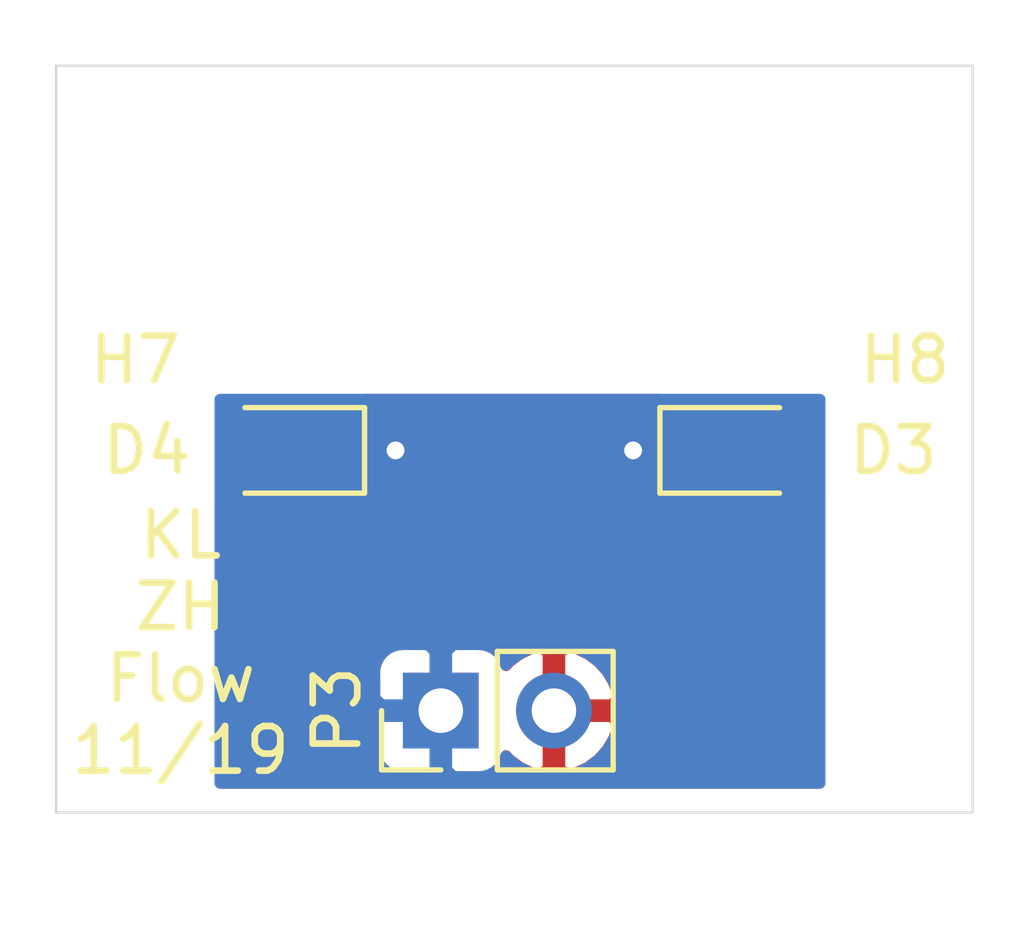
<source format=kicad_pcb>
(kicad_pcb (version 20171130) (host pcbnew "(5.1.2-1)-1")

  (general
    (thickness 1.6)
    (drawings 5)
    (tracks 4)
    (zones 0)
    (modules 5)
    (nets 3)
  )

  (page A4)
  (layers
    (0 F.Cu signal)
    (31 B.Cu signal)
    (32 B.Adhes user)
    (33 F.Adhes user)
    (34 B.Paste user)
    (35 F.Paste user)
    (36 B.SilkS user)
    (37 F.SilkS user)
    (38 B.Mask user)
    (39 F.Mask user)
    (40 Dwgs.User user)
    (41 Cmts.User user)
    (42 Eco1.User user)
    (43 Eco2.User user)
    (44 Edge.Cuts user)
    (45 Margin user)
    (46 B.CrtYd user)
    (47 F.CrtYd user)
    (48 B.Fab user)
    (49 F.Fab user)
  )

  (setup
    (last_trace_width 0.25)
    (user_trace_width 0.75)
    (trace_clearance 0.2)
    (zone_clearance 0.508)
    (zone_45_only no)
    (trace_min 0.2)
    (via_size 0.8)
    (via_drill 0.4)
    (via_min_size 0.4)
    (via_min_drill 0.3)
    (uvia_size 0.3)
    (uvia_drill 0.1)
    (uvias_allowed no)
    (uvia_min_size 0.2)
    (uvia_min_drill 0.1)
    (edge_width 0.05)
    (segment_width 0.2)
    (pcb_text_width 0.3)
    (pcb_text_size 1.5 1.5)
    (mod_edge_width 0.12)
    (mod_text_size 1 1)
    (mod_text_width 0.15)
    (pad_size 1.6 1.6)
    (pad_drill 1)
    (pad_to_mask_clearance 0.051)
    (solder_mask_min_width 0.25)
    (aux_axis_origin 0 0)
    (visible_elements FFFFFF7F)
    (pcbplotparams
      (layerselection 0x010fc_ffffffff)
      (usegerberextensions false)
      (usegerberattributes false)
      (usegerberadvancedattributes false)
      (creategerberjobfile false)
      (excludeedgelayer true)
      (linewidth 0.100000)
      (plotframeref false)
      (viasonmask false)
      (mode 1)
      (useauxorigin false)
      (hpglpennumber 1)
      (hpglpenspeed 20)
      (hpglpendiameter 15.000000)
      (psnegative false)
      (psa4output false)
      (plotreference true)
      (plotvalue true)
      (plotinvisibletext false)
      (padsonsilk false)
      (subtractmaskfromsilk false)
      (outputformat 1)
      (mirror false)
      (drillshape 0)
      (scaleselection 1)
      (outputdirectory ""))
  )

  (net 0 "")
  (net 1 /LED_GND)
  (net 2 /LED_PWR)

  (net_class Default "This is the default net class."
    (clearance 0.2)
    (trace_width 0.25)
    (via_dia 0.8)
    (via_drill 0.4)
    (uvia_dia 0.3)
    (uvia_drill 0.1)
    (add_net /LED_GND)
    (add_net /LED_PWR)
  )

  (module Diode_SMD:D_0805_2012Metric (layer F.Cu) (tedit 5B36C52B) (tstamp 5DC53B7E)
    (at 214.63 45.72)
    (descr "Diode SMD 0805 (2012 Metric), square (rectangular) end terminal, IPC_7351 nominal, (Body size source: https://docs.google.com/spreadsheets/d/1BsfQQcO9C6DZCsRaXUlFlo91Tg2WpOkGARC1WS5S8t0/edit?usp=sharing), generated with kicad-footprint-generator")
    (tags diode)
    (path /5DD4A395)
    (attr smd)
    (fp_text reference D3 (at 3.556 0) (layer F.SilkS)
      (effects (font (size 1 1) (thickness 0.15)))
    )
    (fp_text value D (at 0 1.65) (layer F.Fab)
      (effects (font (size 1 1) (thickness 0.15)))
    )
    (fp_line (start 1 -0.6) (end -0.7 -0.6) (layer F.Fab) (width 0.1))
    (fp_line (start -0.7 -0.6) (end -1 -0.3) (layer F.Fab) (width 0.1))
    (fp_line (start -1 -0.3) (end -1 0.6) (layer F.Fab) (width 0.1))
    (fp_line (start -1 0.6) (end 1 0.6) (layer F.Fab) (width 0.1))
    (fp_line (start 1 0.6) (end 1 -0.6) (layer F.Fab) (width 0.1))
    (fp_line (start 1 -0.96) (end -1.685 -0.96) (layer F.SilkS) (width 0.12))
    (fp_line (start -1.685 -0.96) (end -1.685 0.96) (layer F.SilkS) (width 0.12))
    (fp_line (start -1.685 0.96) (end 1 0.96) (layer F.SilkS) (width 0.12))
    (fp_line (start -1.68 0.95) (end -1.68 -0.95) (layer F.CrtYd) (width 0.05))
    (fp_line (start -1.68 -0.95) (end 1.68 -0.95) (layer F.CrtYd) (width 0.05))
    (fp_line (start 1.68 -0.95) (end 1.68 0.95) (layer F.CrtYd) (width 0.05))
    (fp_line (start 1.68 0.95) (end -1.68 0.95) (layer F.CrtYd) (width 0.05))
    (fp_text user %R (at 0 0) (layer F.Fab)
      (effects (font (size 0.5 0.5) (thickness 0.08)))
    )
    (pad 1 smd roundrect (at -0.9375 0) (size 0.975 1.4) (layers F.Cu F.Paste F.Mask) (roundrect_rratio 0.25)
      (net 1 /LED_GND))
    (pad 2 smd roundrect (at 0.9375 0) (size 0.975 1.4) (layers F.Cu F.Paste F.Mask) (roundrect_rratio 0.25)
      (net 2 /LED_PWR))
    (model ${KISYS3DMOD}/Diode_SMD.3dshapes/D_0805_2012Metric.wrl
      (at (xyz 0 0 0))
      (scale (xyz 1 1 1))
      (rotate (xyz 0 0 0))
    )
  )

  (module Diode_SMD:D_0805_2012Metric (layer F.Cu) (tedit 5B36C52B) (tstamp 5DC53B91)
    (at 204.63 45.72 180)
    (descr "Diode SMD 0805 (2012 Metric), square (rectangular) end terminal, IPC_7351 nominal, (Body size source: https://docs.google.com/spreadsheets/d/1BsfQQcO9C6DZCsRaXUlFlo91Tg2WpOkGARC1WS5S8t0/edit?usp=sharing), generated with kicad-footprint-generator")
    (tags diode)
    (path /5DD4A82C)
    (attr smd)
    (fp_text reference D4 (at 3.208 0) (layer F.SilkS)
      (effects (font (size 1 1) (thickness 0.15)))
    )
    (fp_text value D (at 0 1.65) (layer F.Fab)
      (effects (font (size 1 1) (thickness 0.15)))
    )
    (fp_text user %R (at 0 0) (layer F.Fab)
      (effects (font (size 0.5 0.5) (thickness 0.08)))
    )
    (fp_line (start 1.68 0.95) (end -1.68 0.95) (layer F.CrtYd) (width 0.05))
    (fp_line (start 1.68 -0.95) (end 1.68 0.95) (layer F.CrtYd) (width 0.05))
    (fp_line (start -1.68 -0.95) (end 1.68 -0.95) (layer F.CrtYd) (width 0.05))
    (fp_line (start -1.68 0.95) (end -1.68 -0.95) (layer F.CrtYd) (width 0.05))
    (fp_line (start -1.685 0.96) (end 1 0.96) (layer F.SilkS) (width 0.12))
    (fp_line (start -1.685 -0.96) (end -1.685 0.96) (layer F.SilkS) (width 0.12))
    (fp_line (start 1 -0.96) (end -1.685 -0.96) (layer F.SilkS) (width 0.12))
    (fp_line (start 1 0.6) (end 1 -0.6) (layer F.Fab) (width 0.1))
    (fp_line (start -1 0.6) (end 1 0.6) (layer F.Fab) (width 0.1))
    (fp_line (start -1 -0.3) (end -1 0.6) (layer F.Fab) (width 0.1))
    (fp_line (start -0.7 -0.6) (end -1 -0.3) (layer F.Fab) (width 0.1))
    (fp_line (start 1 -0.6) (end -0.7 -0.6) (layer F.Fab) (width 0.1))
    (pad 2 smd roundrect (at 0.9375 0 180) (size 0.975 1.4) (layers F.Cu F.Paste F.Mask) (roundrect_rratio 0.25)
      (net 2 /LED_PWR))
    (pad 1 smd roundrect (at -0.9375 0 180) (size 0.975 1.4) (layers F.Cu F.Paste F.Mask) (roundrect_rratio 0.25)
      (net 1 /LED_GND))
    (model ${KISYS3DMOD}/Diode_SMD.3dshapes/D_0805_2012Metric.wrl
      (at (xyz 0 0 0))
      (scale (xyz 1 1 1))
      (rotate (xyz 0 0 0))
    )
  )

  (module MountingHole:MountingHole_3.5mm (layer F.Cu) (tedit 56D1B4CB) (tstamp 5DC53BC9)
    (at 203.28 40.9575 180)
    (descr "Mounting Hole 3.5mm, no annular")
    (tags "mounting hole 3.5mm no annular")
    (path /5DD4E188)
    (attr virtual)
    (fp_text reference H7 (at 2.112 -2.7305) (layer F.SilkS)
      (effects (font (size 1 1) (thickness 0.15)))
    )
    (fp_text value MountingHole (at 0 4.5) (layer F.Fab)
      (effects (font (size 1 1) (thickness 0.15)))
    )
    (fp_text user %R (at 0.3 0) (layer F.Fab)
      (effects (font (size 1 1) (thickness 0.15)))
    )
    (fp_circle (center 0 0) (end 3.5 0) (layer Cmts.User) (width 0.15))
    (fp_circle (center 0 0) (end 3.75 0) (layer F.CrtYd) (width 0.05))
    (pad 1 np_thru_hole circle (at 0 0 180) (size 3.5 3.5) (drill 3.5) (layers *.Cu *.Mask))
  )

  (module MountingHole:MountingHole_3.5mm (layer F.Cu) (tedit 56D1B4CB) (tstamp 5DC53BD1)
    (at 215.98 40.9575 180)
    (descr "Mounting Hole 3.5mm, no annular")
    (tags "mounting hole 3.5mm no annular")
    (path /5DD4E5D9)
    (attr virtual)
    (fp_text reference H8 (at -2.46 -2.7305) (layer F.SilkS)
      (effects (font (size 1 1) (thickness 0.15)))
    )
    (fp_text value MountingHole (at 0 4.5) (layer F.Fab)
      (effects (font (size 1 1) (thickness 0.15)))
    )
    (fp_circle (center 0 0) (end 3.75 0) (layer F.CrtYd) (width 0.05))
    (fp_circle (center 0 0) (end 3.5 0) (layer Cmts.User) (width 0.15))
    (fp_text user %R (at 0.3 0) (layer F.Fab)
      (effects (font (size 1 1) (thickness 0.15)))
    )
    (pad 1 np_thru_hole circle (at 0 0 180) (size 3.5 3.5) (drill 3.5) (layers *.Cu *.Mask))
  )

  (module Connector_PinHeader_2.54mm:PinHeader_1x02_P2.54mm_Vertical (layer F.Cu) (tedit 59FED5CC) (tstamp 5DC54249)
    (at 208.026 51.562 90)
    (descr "Through hole straight pin header, 1x02, 2.54mm pitch, single row")
    (tags "Through hole pin header THT 1x02 2.54mm single row")
    (path /5DD540D9)
    (fp_text reference P3 (at 0 -2.33 90) (layer F.SilkS)
      (effects (font (size 1 1) (thickness 0.15)))
    )
    (fp_text value CONN_01X02 (at 0 4.87 90) (layer F.Fab)
      (effects (font (size 1 1) (thickness 0.15)))
    )
    (fp_line (start -0.635 -1.27) (end 1.27 -1.27) (layer F.Fab) (width 0.1))
    (fp_line (start 1.27 -1.27) (end 1.27 3.81) (layer F.Fab) (width 0.1))
    (fp_line (start 1.27 3.81) (end -1.27 3.81) (layer F.Fab) (width 0.1))
    (fp_line (start -1.27 3.81) (end -1.27 -0.635) (layer F.Fab) (width 0.1))
    (fp_line (start -1.27 -0.635) (end -0.635 -1.27) (layer F.Fab) (width 0.1))
    (fp_line (start -1.33 3.87) (end 1.33 3.87) (layer F.SilkS) (width 0.12))
    (fp_line (start -1.33 1.27) (end -1.33 3.87) (layer F.SilkS) (width 0.12))
    (fp_line (start 1.33 1.27) (end 1.33 3.87) (layer F.SilkS) (width 0.12))
    (fp_line (start -1.33 1.27) (end 1.33 1.27) (layer F.SilkS) (width 0.12))
    (fp_line (start -1.33 0) (end -1.33 -1.33) (layer F.SilkS) (width 0.12))
    (fp_line (start -1.33 -1.33) (end 0 -1.33) (layer F.SilkS) (width 0.12))
    (fp_line (start -1.8 -1.8) (end -1.8 4.35) (layer F.CrtYd) (width 0.05))
    (fp_line (start -1.8 4.35) (end 1.8 4.35) (layer F.CrtYd) (width 0.05))
    (fp_line (start 1.8 4.35) (end 1.8 -1.8) (layer F.CrtYd) (width 0.05))
    (fp_line (start 1.8 -1.8) (end -1.8 -1.8) (layer F.CrtYd) (width 0.05))
    (fp_text user %R (at 0 1.27) (layer F.Fab)
      (effects (font (size 1 1) (thickness 0.15)))
    )
    (pad 1 thru_hole rect (at 0 0 90) (size 1.7 1.7) (drill 1) (layers *.Cu *.Mask)
      (net 1 /LED_GND))
    (pad 2 thru_hole oval (at 0 2.54 90) (size 1.7 1.7) (drill 1) (layers *.Cu *.Mask)
      (net 2 /LED_PWR))
    (model ${KISYS3DMOD}/Connector_PinHeader_2.54mm.3dshapes/PinHeader_1x02_P2.54mm_Vertical.wrl
      (at (xyz 0 0 0))
      (scale (xyz 1 1 1))
      (rotate (xyz 0 0 0))
    )
  )

  (gr_text "KL\nZH\nFlow\n11/19" (at 202.184 50.038) (layer F.SilkS)
    (effects (font (size 1 1) (thickness 0.15)))
  )
  (gr_line (start 199.39 37.084) (end 219.964 37.084) (layer Edge.Cuts) (width 0.05))
  (gr_line (start 199.39 53.848) (end 199.39 37.084) (layer Edge.Cuts) (width 0.05))
  (gr_line (start 219.964 53.848) (end 199.39 53.848) (layer Edge.Cuts) (width 0.05))
  (gr_line (start 219.964 37.084) (end 219.964 53.848) (layer Edge.Cuts) (width 0.05))

  (via (at 207.01 45.72) (size 0.8) (drill 0.4) (layers F.Cu B.Cu) (net 1))
  (segment (start 205.5675 45.72) (end 207.01 45.72) (width 0.75) (layer F.Cu) (net 1))
  (via (at 212.344 45.72) (size 0.8) (drill 0.4) (layers F.Cu B.Cu) (net 1))
  (segment (start 213.6925 45.72) (end 212.344 45.72) (width 0.75) (layer F.Cu) (net 1))

  (zone (net 2) (net_name /LED_PWR) (layer F.Cu) (tstamp 0) (hatch edge 0.508)
    (connect_pads (clearance 0.508))
    (min_thickness 0.254)
    (fill yes (arc_segments 32) (thermal_gap 0.508) (thermal_bridge_width 0.508))
    (polygon
      (pts
        (xy 216.662 44.45) (xy 202.946 44.45) (xy 202.946 53.594) (xy 216.662 53.594)
      )
    )
    (filled_polygon
      (pts
        (xy 212.825208 44.640208) (xy 212.767931 44.71) (xy 212.571623 44.71) (xy 212.445939 44.685) (xy 212.242061 44.685)
        (xy 212.042102 44.724774) (xy 211.853744 44.802795) (xy 211.684226 44.916063) (xy 211.540063 45.060226) (xy 211.426795 45.229744)
        (xy 211.348774 45.418102) (xy 211.309 45.618061) (xy 211.309 45.821939) (xy 211.348774 46.021898) (xy 211.426795 46.210256)
        (xy 211.540063 46.379774) (xy 211.684226 46.523937) (xy 211.853744 46.637205) (xy 212.042102 46.715226) (xy 212.242061 46.755)
        (xy 212.445939 46.755) (xy 212.571623 46.73) (xy 212.767931 46.73) (xy 212.825208 46.799792) (xy 212.958836 46.909458)
        (xy 213.111291 46.990947) (xy 213.276715 47.041128) (xy 213.44875 47.058072) (xy 213.93625 47.058072) (xy 214.108285 47.041128)
        (xy 214.273709 46.990947) (xy 214.426164 46.909458) (xy 214.559792 46.799792) (xy 214.565008 46.793436) (xy 214.628815 46.871185)
        (xy 214.725506 46.950537) (xy 214.83582 47.009502) (xy 214.955518 47.045812) (xy 215.08 47.058072) (xy 215.28175 47.055)
        (xy 215.4405 46.89625) (xy 215.4405 45.847) (xy 215.4205 45.847) (xy 215.4205 45.593) (xy 215.4405 45.593)
        (xy 215.4405 45.573) (xy 215.6945 45.573) (xy 215.6945 45.593) (xy 215.7145 45.593) (xy 215.7145 45.847)
        (xy 215.6945 45.847) (xy 215.6945 46.89625) (xy 215.85325 47.055) (xy 216.055 47.058072) (xy 216.179482 47.045812)
        (xy 216.29918 47.009502) (xy 216.409494 46.950537) (xy 216.506185 46.871185) (xy 216.535 46.836074) (xy 216.535 53.188)
        (xy 203.073 53.188) (xy 203.073 50.712) (xy 206.537928 50.712) (xy 206.537928 52.412) (xy 206.550188 52.536482)
        (xy 206.586498 52.65618) (xy 206.645463 52.766494) (xy 206.724815 52.863185) (xy 206.821506 52.942537) (xy 206.93182 53.001502)
        (xy 207.051518 53.037812) (xy 207.176 53.050072) (xy 208.876 53.050072) (xy 209.000482 53.037812) (xy 209.12018 53.001502)
        (xy 209.230494 52.942537) (xy 209.327185 52.863185) (xy 209.406537 52.766494) (xy 209.465502 52.65618) (xy 209.489966 52.575534)
        (xy 209.565731 52.659588) (xy 209.79908 52.833641) (xy 210.061901 52.958825) (xy 210.20911 53.003476) (xy 210.439 52.882155)
        (xy 210.439 51.689) (xy 210.693 51.689) (xy 210.693 52.882155) (xy 210.92289 53.003476) (xy 211.070099 52.958825)
        (xy 211.33292 52.833641) (xy 211.566269 52.659588) (xy 211.761178 52.443355) (xy 211.910157 52.193252) (xy 212.007481 51.918891)
        (xy 211.886814 51.689) (xy 210.693 51.689) (xy 210.439 51.689) (xy 210.419 51.689) (xy 210.419 51.435)
        (xy 210.439 51.435) (xy 210.439 50.241845) (xy 210.693 50.241845) (xy 210.693 51.435) (xy 211.886814 51.435)
        (xy 212.007481 51.205109) (xy 211.910157 50.930748) (xy 211.761178 50.680645) (xy 211.566269 50.464412) (xy 211.33292 50.290359)
        (xy 211.070099 50.165175) (xy 210.92289 50.120524) (xy 210.693 50.241845) (xy 210.439 50.241845) (xy 210.20911 50.120524)
        (xy 210.061901 50.165175) (xy 209.79908 50.290359) (xy 209.565731 50.464412) (xy 209.489966 50.548466) (xy 209.465502 50.46782)
        (xy 209.406537 50.357506) (xy 209.327185 50.260815) (xy 209.230494 50.181463) (xy 209.12018 50.122498) (xy 209.000482 50.086188)
        (xy 208.876 50.073928) (xy 207.176 50.073928) (xy 207.051518 50.086188) (xy 206.93182 50.122498) (xy 206.821506 50.181463)
        (xy 206.724815 50.260815) (xy 206.645463 50.357506) (xy 206.586498 50.46782) (xy 206.550188 50.587518) (xy 206.537928 50.712)
        (xy 203.073 50.712) (xy 203.073 47.043531) (xy 203.080518 47.045812) (xy 203.205 47.058072) (xy 203.40675 47.055)
        (xy 203.5655 46.89625) (xy 203.5655 45.847) (xy 203.5455 45.847) (xy 203.5455 45.593) (xy 203.5655 45.593)
        (xy 203.5655 45.573) (xy 203.8195 45.573) (xy 203.8195 45.593) (xy 203.8395 45.593) (xy 203.8395 45.847)
        (xy 203.8195 45.847) (xy 203.8195 46.89625) (xy 203.97825 47.055) (xy 204.18 47.058072) (xy 204.304482 47.045812)
        (xy 204.42418 47.009502) (xy 204.534494 46.950537) (xy 204.631185 46.871185) (xy 204.694992 46.793436) (xy 204.700208 46.799792)
        (xy 204.833836 46.909458) (xy 204.986291 46.990947) (xy 205.151715 47.041128) (xy 205.32375 47.058072) (xy 205.81125 47.058072)
        (xy 205.983285 47.041128) (xy 206.148709 46.990947) (xy 206.301164 46.909458) (xy 206.434792 46.799792) (xy 206.492069 46.73)
        (xy 206.782377 46.73) (xy 206.908061 46.755) (xy 207.111939 46.755) (xy 207.311898 46.715226) (xy 207.500256 46.637205)
        (xy 207.669774 46.523937) (xy 207.813937 46.379774) (xy 207.927205 46.210256) (xy 208.005226 46.021898) (xy 208.045 45.821939)
        (xy 208.045 45.618061) (xy 208.005226 45.418102) (xy 207.927205 45.229744) (xy 207.813937 45.060226) (xy 207.669774 44.916063)
        (xy 207.500256 44.802795) (xy 207.311898 44.724774) (xy 207.111939 44.685) (xy 206.908061 44.685) (xy 206.782377 44.71)
        (xy 206.492069 44.71) (xy 206.434792 44.640208) (xy 206.357773 44.577) (xy 212.902227 44.577)
      )
    )
  )
  (zone (net 1) (net_name /LED_GND) (layer B.Cu) (tstamp 0) (hatch edge 0.508)
    (connect_pads (clearance 0.508))
    (min_thickness 0.254)
    (fill yes (arc_segments 32) (thermal_gap 0.508) (thermal_bridge_width 0.508))
    (polygon
      (pts
        (xy 216.662 44.45) (xy 202.946 44.45) (xy 202.946 53.594) (xy 216.662 53.594)
      )
    )
    (filled_polygon
      (pts
        (xy 216.535 53.188) (xy 203.073 53.188) (xy 203.073 52.412) (xy 206.537928 52.412) (xy 206.550188 52.536482)
        (xy 206.586498 52.65618) (xy 206.645463 52.766494) (xy 206.724815 52.863185) (xy 206.821506 52.942537) (xy 206.93182 53.001502)
        (xy 207.051518 53.037812) (xy 207.176 53.050072) (xy 207.74025 53.047) (xy 207.899 52.88825) (xy 207.899 51.689)
        (xy 206.69975 51.689) (xy 206.541 51.84775) (xy 206.537928 52.412) (xy 203.073 52.412) (xy 203.073 50.712)
        (xy 206.537928 50.712) (xy 206.541 51.27625) (xy 206.69975 51.435) (xy 207.899 51.435) (xy 207.899 50.23575)
        (xy 208.153 50.23575) (xy 208.153 51.435) (xy 208.173 51.435) (xy 208.173 51.689) (xy 208.153 51.689)
        (xy 208.153 52.88825) (xy 208.31175 53.047) (xy 208.876 53.050072) (xy 209.000482 53.037812) (xy 209.12018 53.001502)
        (xy 209.230494 52.942537) (xy 209.327185 52.863185) (xy 209.406537 52.766494) (xy 209.465502 52.65618) (xy 209.486393 52.587313)
        (xy 209.510866 52.617134) (xy 209.736986 52.802706) (xy 209.994966 52.940599) (xy 210.274889 53.025513) (xy 210.49305 53.047)
        (xy 210.63895 53.047) (xy 210.857111 53.025513) (xy 211.137034 52.940599) (xy 211.395014 52.802706) (xy 211.621134 52.617134)
        (xy 211.806706 52.391014) (xy 211.944599 52.133034) (xy 212.029513 51.853111) (xy 212.058185 51.562) (xy 212.029513 51.270889)
        (xy 211.944599 50.990966) (xy 211.806706 50.732986) (xy 211.621134 50.506866) (xy 211.395014 50.321294) (xy 211.137034 50.183401)
        (xy 210.857111 50.098487) (xy 210.63895 50.077) (xy 210.49305 50.077) (xy 210.274889 50.098487) (xy 209.994966 50.183401)
        (xy 209.736986 50.321294) (xy 209.510866 50.506866) (xy 209.486393 50.536687) (xy 209.465502 50.46782) (xy 209.406537 50.357506)
        (xy 209.327185 50.260815) (xy 209.230494 50.181463) (xy 209.12018 50.122498) (xy 209.000482 50.086188) (xy 208.876 50.073928)
        (xy 208.31175 50.077) (xy 208.153 50.23575) (xy 207.899 50.23575) (xy 207.74025 50.077) (xy 207.176 50.073928)
        (xy 207.051518 50.086188) (xy 206.93182 50.122498) (xy 206.821506 50.181463) (xy 206.724815 50.260815) (xy 206.645463 50.357506)
        (xy 206.586498 50.46782) (xy 206.550188 50.587518) (xy 206.537928 50.712) (xy 203.073 50.712) (xy 203.073 44.577)
        (xy 216.535 44.577)
      )
    )
  )
)

</source>
